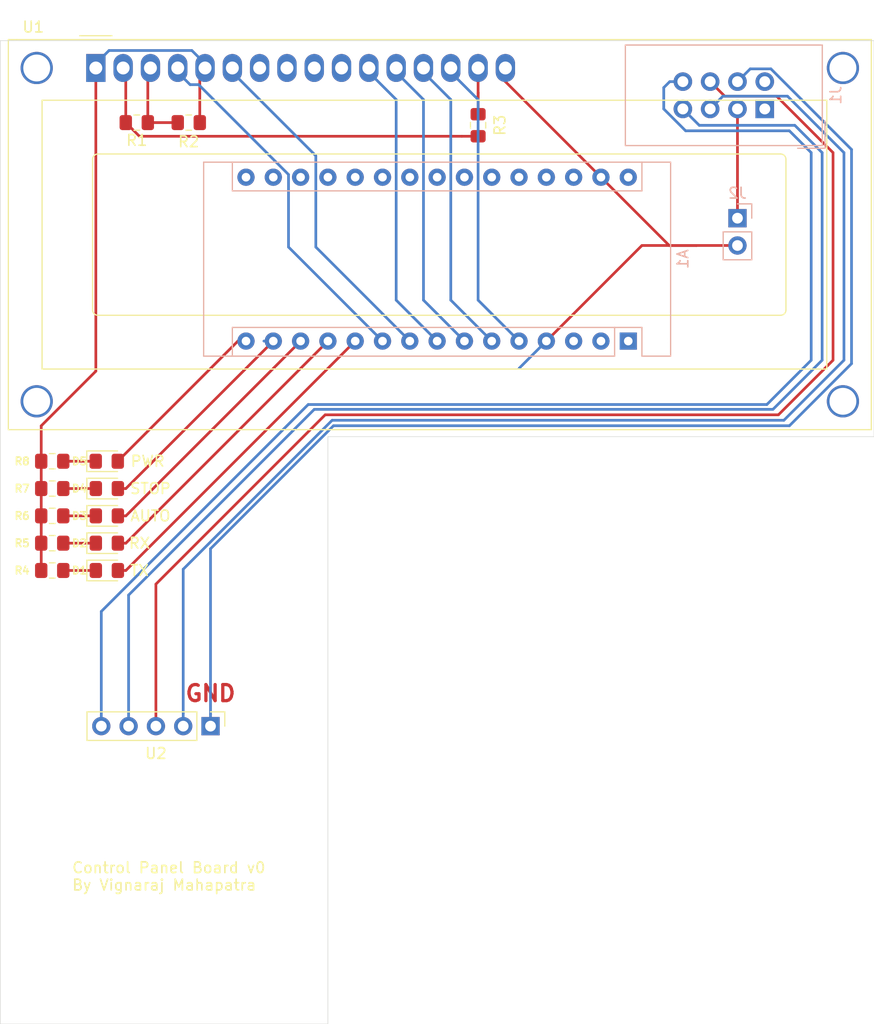
<source format=kicad_pcb>
(kicad_pcb (version 20171130) (host pcbnew "(5.1.2)-1")

  (general
    (thickness 1.6)
    (drawings 13)
    (tracks 121)
    (zones 0)
    (modules 18)
    (nets 49)
  )

  (page A4)
  (layers
    (0 F.Cu signal)
    (31 B.Cu signal)
    (32 B.Adhes user)
    (33 F.Adhes user)
    (34 B.Paste user)
    (35 F.Paste user)
    (36 B.SilkS user)
    (37 F.SilkS user)
    (38 B.Mask user)
    (39 F.Mask user)
    (40 Dwgs.User user)
    (41 Cmts.User user)
    (42 Eco1.User user)
    (43 Eco2.User user)
    (44 Edge.Cuts user)
    (45 Margin user)
    (46 B.CrtYd user)
    (47 F.CrtYd user)
    (48 B.Fab user)
    (49 F.Fab user)
  )

  (setup
    (last_trace_width 0.25)
    (trace_clearance 0.2)
    (zone_clearance 0.508)
    (zone_45_only no)
    (trace_min 0.2)
    (via_size 0.8)
    (via_drill 0.4)
    (via_min_size 0.4)
    (via_min_drill 0.3)
    (uvia_size 0.3)
    (uvia_drill 0.1)
    (uvias_allowed no)
    (uvia_min_size 0.2)
    (uvia_min_drill 0.1)
    (edge_width 0.05)
    (segment_width 0.2)
    (pcb_text_width 0.3)
    (pcb_text_size 1.5 1.5)
    (mod_edge_width 0.12)
    (mod_text_size 1 1)
    (mod_text_width 0.15)
    (pad_size 1.524 1.524)
    (pad_drill 0.762)
    (pad_to_mask_clearance 0.051)
    (solder_mask_min_width 0.25)
    (aux_axis_origin 0 0)
    (visible_elements 7FFFFFFF)
    (pcbplotparams
      (layerselection 0x010fc_ffffffff)
      (usegerberextensions false)
      (usegerberattributes false)
      (usegerberadvancedattributes false)
      (creategerberjobfile false)
      (excludeedgelayer true)
      (linewidth 0.100000)
      (plotframeref false)
      (viasonmask false)
      (mode 1)
      (useauxorigin false)
      (hpglpennumber 1)
      (hpglpenspeed 20)
      (hpglpendiameter 15.000000)
      (psnegative false)
      (psa4output false)
      (plotreference true)
      (plotvalue true)
      (plotinvisibletext false)
      (padsonsilk false)
      (subtractmaskfromsilk false)
      (outputformat 1)
      (mirror false)
      (drillshape 1)
      (scaleselection 1)
      (outputdirectory ""))
  )

  (net 0 "")
  (net 1 "Net-(A1-Pad1)")
  (net 2 "Net-(A1-Pad17)")
  (net 3 "Net-(A1-Pad2)")
  (net 4 "Net-(A1-Pad18)")
  (net 5 "Net-(A1-Pad3)")
  (net 6 "Net-(A1-Pad19)")
  (net 7 "Net-(A1-Pad20)")
  (net 8 5V)
  (net 9 "Net-(A1-Pad21)")
  (net 10 GND)
  (net 11 "Net-(A1-Pad22)")
  (net 12 "Net-(A1-Pad23)")
  (net 13 "Net-(A1-Pad8)")
  (net 14 "Net-(A1-Pad24)")
  (net 15 "Net-(A1-Pad9)")
  (net 16 "Net-(A1-Pad25)")
  (net 17 "Net-(A1-Pad10)")
  (net 18 "Net-(A1-Pad26)")
  (net 19 "Net-(A1-Pad11)")
  (net 20 "Net-(A1-Pad12)")
  (net 21 "Net-(A1-Pad28)")
  (net 22 "Net-(A1-Pad13)")
  (net 23 "Net-(A1-Pad14)")
  (net 24 "Net-(A1-Pad30)")
  (net 25 "Net-(A1-Pad15)")
  (net 26 "Net-(A1-Pad16)")
  (net 27 "Net-(J1-Pad1)")
  (net 28 "Net-(J1-Pad2)")
  (net 29 E-STOP)
  (net 30 GND1)
  (net 31 "Net-(J1-Pad5)")
  (net 32 "Net-(J1-Pad6)")
  (net 33 "Net-(J1-Pad7)")
  (net 34 "Net-(J1-Pad8)")
  (net 35 "Net-(R1-Pad1)")
  (net 36 "Net-(R3-Pad1)")
  (net 37 "Net-(U1-Pad7)")
  (net 38 "Net-(U1-Pad8)")
  (net 39 "Net-(U1-Pad9)")
  (net 40 "Net-(U1-Pad10)")
  (net 41 "Net-(A1-Pad7)")
  (net 42 "Net-(A1-Pad6)")
  (net 43 "Net-(A1-Pad5)")
  (net 44 "Net-(D1-Pad1)")
  (net 45 "Net-(D2-Pad1)")
  (net 46 "Net-(D3-Pad1)")
  (net 47 "Net-(D4-Pad1)")
  (net 48 "Net-(D5-Pad1)")

  (net_class Default "This is the default net class."
    (clearance 0.2)
    (trace_width 0.25)
    (via_dia 0.8)
    (via_drill 0.4)
    (uvia_dia 0.3)
    (uvia_drill 0.1)
    (add_net 5V)
    (add_net E-STOP)
    (add_net GND)
    (add_net GND1)
    (add_net "Net-(A1-Pad1)")
    (add_net "Net-(A1-Pad10)")
    (add_net "Net-(A1-Pad11)")
    (add_net "Net-(A1-Pad12)")
    (add_net "Net-(A1-Pad13)")
    (add_net "Net-(A1-Pad14)")
    (add_net "Net-(A1-Pad15)")
    (add_net "Net-(A1-Pad16)")
    (add_net "Net-(A1-Pad17)")
    (add_net "Net-(A1-Pad18)")
    (add_net "Net-(A1-Pad19)")
    (add_net "Net-(A1-Pad2)")
    (add_net "Net-(A1-Pad20)")
    (add_net "Net-(A1-Pad21)")
    (add_net "Net-(A1-Pad22)")
    (add_net "Net-(A1-Pad23)")
    (add_net "Net-(A1-Pad24)")
    (add_net "Net-(A1-Pad25)")
    (add_net "Net-(A1-Pad26)")
    (add_net "Net-(A1-Pad28)")
    (add_net "Net-(A1-Pad3)")
    (add_net "Net-(A1-Pad30)")
    (add_net "Net-(A1-Pad5)")
    (add_net "Net-(A1-Pad6)")
    (add_net "Net-(A1-Pad7)")
    (add_net "Net-(A1-Pad8)")
    (add_net "Net-(A1-Pad9)")
    (add_net "Net-(D1-Pad1)")
    (add_net "Net-(D2-Pad1)")
    (add_net "Net-(D3-Pad1)")
    (add_net "Net-(D4-Pad1)")
    (add_net "Net-(D5-Pad1)")
    (add_net "Net-(J1-Pad1)")
    (add_net "Net-(J1-Pad2)")
    (add_net "Net-(J1-Pad5)")
    (add_net "Net-(J1-Pad6)")
    (add_net "Net-(J1-Pad7)")
    (add_net "Net-(J1-Pad8)")
    (add_net "Net-(R1-Pad1)")
    (add_net "Net-(R3-Pad1)")
    (add_net "Net-(U1-Pad10)")
    (add_net "Net-(U1-Pad7)")
    (add_net "Net-(U1-Pad8)")
    (add_net "Net-(U1-Pad9)")
  )

  (module Display:WC1602A (layer F.Cu) (tedit 5A02FE80) (tstamp 5D5FCFEF)
    (at 152.4 85.09)
    (descr "LCD 16x2 http://www.wincomlcd.com/pdf/WC1602A-SFYLYHTC06.pdf")
    (tags "LCD 16x2 Alphanumeric 16pin")
    (path /5D5E4B88)
    (fp_text reference U1 (at -5.82 -3.81) (layer F.SilkS)
      (effects (font (size 1 1) (thickness 0.15)))
    )
    (fp_text value RC1602A (at -4.31 34.66) (layer F.Fab)
      (effects (font (size 1 1) (thickness 0.15)))
    )
    (fp_line (start -8.14 33.64) (end 72.14 33.64) (layer F.SilkS) (width 0.12))
    (fp_line (start 72.14 33.64) (end 72.14 -2.64) (layer F.SilkS) (width 0.12))
    (fp_line (start 72.14 -2.64) (end -7.34 -2.64) (layer F.SilkS) (width 0.12))
    (fp_line (start -8.14 -2.64) (end -8.14 33.64) (layer F.SilkS) (width 0.12))
    (fp_line (start -8.13 -2.64) (end -7.34 -2.64) (layer F.SilkS) (width 0.12))
    (fp_line (start -8.25 -2.75) (end -8.25 33.75) (layer F.CrtYd) (width 0.05))
    (fp_line (start -8.25 33.75) (end 72.25 33.75) (layer F.CrtYd) (width 0.05))
    (fp_line (start 72.25 -2.75) (end 72.25 33.75) (layer F.CrtYd) (width 0.05))
    (fp_line (start -1.5 -3) (end 1.5 -3) (layer F.SilkS) (width 0.12))
    (fp_line (start -8.25 -2.75) (end 72.25 -2.75) (layer F.CrtYd) (width 0.05))
    (fp_line (start 1 -2.5) (end 0 -1.5) (layer F.Fab) (width 0.1))
    (fp_line (start 0 -1.5) (end -1 -2.5) (layer F.Fab) (width 0.1))
    (fp_line (start -1 -2.5) (end -8 -2.5) (layer F.Fab) (width 0.1))
    (fp_text user %R (at 30.37 14.74) (layer F.Fab)
      (effects (font (size 1 1) (thickness 0.1)))
    )
    (fp_line (start 0.2 8) (end 63.7 8) (layer F.SilkS) (width 0.12))
    (fp_line (start -0.29972 22.49932) (end -0.29972 8.5) (layer F.SilkS) (width 0.12))
    (fp_line (start 63.70066 23) (end 0.2 23) (layer F.SilkS) (width 0.12))
    (fp_line (start 64.2 8.5) (end 64.2 22.5) (layer F.SilkS) (width 0.12))
    (fp_arc (start 63.7 8.5) (end 63.7 8) (angle 90) (layer F.SilkS) (width 0.12))
    (fp_arc (start 63.70066 22.49932) (end 64.20104 22.49932) (angle 90) (layer F.SilkS) (width 0.12))
    (fp_arc (start 0.20066 22.49932) (end 0.20066 22.9997) (angle 90) (layer F.SilkS) (width 0.12))
    (fp_arc (start 0.20066 8.49884) (end -0.29972 8.49884) (angle 90) (layer F.SilkS) (width 0.12))
    (fp_line (start -5 3) (end 68 3) (layer F.SilkS) (width 0.12))
    (fp_line (start 68 3) (end 68 28) (layer F.SilkS) (width 0.12))
    (fp_line (start 68 28) (end -5 28) (layer F.SilkS) (width 0.12))
    (fp_line (start -5 28) (end -5 3) (layer F.SilkS) (width 0.12))
    (fp_line (start 1 -2.5) (end 72 -2.5) (layer F.Fab) (width 0.1))
    (fp_line (start 72 -2.5) (end 72 33.5) (layer F.Fab) (width 0.1))
    (fp_line (start 72 33.5) (end -8 33.5) (layer F.Fab) (width 0.1))
    (fp_line (start -8 33.5) (end -8 -2.5) (layer F.Fab) (width 0.1))
    (pad 1 thru_hole rect (at 0 0) (size 1.8 2.6) (drill 1.2) (layers *.Cu *.Mask)
      (net 10 GND))
    (pad 2 thru_hole oval (at 2.54 0) (size 1.8 2.6) (drill 1.2) (layers *.Cu *.Mask)
      (net 8 5V))
    (pad 3 thru_hole oval (at 5.08 0) (size 1.8 2.6) (drill 1.2) (layers *.Cu *.Mask)
      (net 35 "Net-(R1-Pad1)"))
    (pad 4 thru_hole oval (at 7.62 0) (size 1.8 2.6) (drill 1.2) (layers *.Cu *.Mask)
      (net 17 "Net-(A1-Pad10)"))
    (pad 5 thru_hole oval (at 10.16 0) (size 1.8 2.6) (drill 1.2) (layers *.Cu *.Mask)
      (net 10 GND))
    (pad 6 thru_hole oval (at 12.7 0) (size 1.8 2.6) (drill 1.2) (layers *.Cu *.Mask)
      (net 15 "Net-(A1-Pad9)"))
    (pad 7 thru_hole oval (at 15.24 0) (size 1.8 2.6) (drill 1.2) (layers *.Cu *.Mask)
      (net 37 "Net-(U1-Pad7)"))
    (pad 8 thru_hole oval (at 17.78 0) (size 1.8 2.6) (drill 1.2) (layers *.Cu *.Mask)
      (net 38 "Net-(U1-Pad8)"))
    (pad 9 thru_hole oval (at 20.32 0) (size 1.8 2.6) (drill 1.2) (layers *.Cu *.Mask)
      (net 39 "Net-(U1-Pad9)"))
    (pad 10 thru_hole oval (at 22.86 0) (size 1.8 2.6) (drill 1.2) (layers *.Cu *.Mask)
      (net 40 "Net-(U1-Pad10)"))
    (pad 11 thru_hole oval (at 25.4 0) (size 1.8 2.6) (drill 1.2) (layers *.Cu *.Mask)
      (net 13 "Net-(A1-Pad8)"))
    (pad 12 thru_hole oval (at 27.94 0) (size 1.8 2.6) (drill 1.2) (layers *.Cu *.Mask)
      (net 41 "Net-(A1-Pad7)"))
    (pad 13 thru_hole oval (at 30.48 0) (size 1.8 2.6) (drill 1.2) (layers *.Cu *.Mask)
      (net 42 "Net-(A1-Pad6)"))
    (pad 14 thru_hole oval (at 33.02 0) (size 1.8 2.6) (drill 1.2) (layers *.Cu *.Mask)
      (net 43 "Net-(A1-Pad5)"))
    (pad 15 thru_hole oval (at 35.56 0) (size 1.8 2.6) (drill 1.2) (layers *.Cu *.Mask)
      (net 36 "Net-(R3-Pad1)"))
    (pad 16 thru_hole oval (at 38.1 0) (size 1.8 2.6) (drill 1.2) (layers *.Cu *.Mask)
      (net 10 GND))
    (pad "" thru_hole circle (at -5.4991 0) (size 3 3) (drill 2.5) (layers *.Cu *.Mask))
    (pad "" thru_hole circle (at -5.4991 31.0007) (size 3 3) (drill 2.5) (layers *.Cu *.Mask))
    (pad "" thru_hole circle (at 69.49948 31.0007) (size 3 3) (drill 2.5) (layers *.Cu *.Mask))
    (pad "" thru_hole circle (at 69.5 0) (size 3 3) (drill 2.5) (layers *.Cu *.Mask))
    (model ${KISYS3DMOD}/Display.3dshapes/WC1602A.wrl
      (at (xyz 0 0 0))
      (scale (xyz 1 1 1))
      (rotate (xyz 0 0 0))
    )
  )

  (module Module:Arduino_Nano_WithMountingHoles (layer B.Cu) (tedit 58ACAF99) (tstamp 5D64AF31)
    (at 201.93 110.49 90)
    (descr "Arduino Nano, http://www.mouser.com/pdfdocs/Gravitech_Arduino_Nano3_0.pdf")
    (tags "Arduino Nano")
    (path /5D64A7D4)
    (fp_text reference A1 (at 7.62 5.08 270) (layer B.SilkS)
      (effects (font (size 1 1) (thickness 0.15)) (justify mirror))
    )
    (fp_text value Arduino_Nano_v3.x (at 8.89 -15.24) (layer B.Fab)
      (effects (font (size 1 1) (thickness 0.15)) (justify mirror))
    )
    (fp_line (start 16.75 -42.16) (end -1.53 -42.16) (layer B.CrtYd) (width 0.05))
    (fp_line (start 16.75 -42.16) (end 16.75 4.06) (layer B.CrtYd) (width 0.05))
    (fp_line (start -1.53 4.06) (end -1.53 -42.16) (layer B.CrtYd) (width 0.05))
    (fp_line (start -1.53 4.06) (end 16.75 4.06) (layer B.CrtYd) (width 0.05))
    (fp_line (start 16.51 3.81) (end 16.51 -39.37) (layer B.Fab) (width 0.1))
    (fp_line (start 0 3.81) (end 16.51 3.81) (layer B.Fab) (width 0.1))
    (fp_line (start -1.27 2.54) (end 0 3.81) (layer B.Fab) (width 0.1))
    (fp_line (start -1.27 -39.37) (end -1.27 2.54) (layer B.Fab) (width 0.1))
    (fp_line (start 16.51 -39.37) (end -1.27 -39.37) (layer B.Fab) (width 0.1))
    (fp_line (start 16.64 3.94) (end -1.4 3.94) (layer B.SilkS) (width 0.12))
    (fp_line (start 16.64 -39.5) (end 16.64 3.94) (layer B.SilkS) (width 0.12))
    (fp_line (start -1.4 -39.5) (end 16.64 -39.5) (layer B.SilkS) (width 0.12))
    (fp_line (start 3.81 -41.91) (end 3.81 -31.75) (layer B.Fab) (width 0.1))
    (fp_line (start 11.43 -41.91) (end 3.81 -41.91) (layer B.Fab) (width 0.1))
    (fp_line (start 11.43 -31.75) (end 11.43 -41.91) (layer B.Fab) (width 0.1))
    (fp_line (start 3.81 -31.75) (end 11.43 -31.75) (layer B.Fab) (width 0.1))
    (fp_line (start 1.27 -36.83) (end -1.4 -36.83) (layer B.SilkS) (width 0.12))
    (fp_line (start 1.27 -1.27) (end 1.27 -36.83) (layer B.SilkS) (width 0.12))
    (fp_line (start 1.27 -1.27) (end -1.4 -1.27) (layer B.SilkS) (width 0.12))
    (fp_line (start 13.97 -36.83) (end 16.64 -36.83) (layer B.SilkS) (width 0.12))
    (fp_line (start 13.97 1.27) (end 13.97 -36.83) (layer B.SilkS) (width 0.12))
    (fp_line (start 13.97 1.27) (end 16.64 1.27) (layer B.SilkS) (width 0.12))
    (fp_line (start -1.4 3.94) (end -1.4 1.27) (layer B.SilkS) (width 0.12))
    (fp_line (start -1.4 -1.27) (end -1.4 -39.5) (layer B.SilkS) (width 0.12))
    (fp_line (start 1.27 1.27) (end -1.4 1.27) (layer B.SilkS) (width 0.12))
    (fp_line (start 1.27 -1.27) (end 1.27 1.27) (layer B.SilkS) (width 0.12))
    (fp_text user %R (at 6.35 -16.51) (layer B.Fab)
      (effects (font (size 1 1) (thickness 0.15)) (justify mirror))
    )
    (pad "" np_thru_hole circle (at 0 -38.1 90) (size 1.78 1.78) (drill 1.78) (layers *.Cu *.Mask))
    (pad "" np_thru_hole circle (at 15.24 -38.1 90) (size 1.78 1.78) (drill 1.78) (layers *.Cu *.Mask))
    (pad "" np_thru_hole circle (at 15.24 2.54 90) (size 1.78 1.78) (drill 1.78) (layers *.Cu *.Mask))
    (pad "" np_thru_hole circle (at 0 2.54 90) (size 1.78 1.78) (drill 1.78) (layers *.Cu *.Mask))
    (pad 16 thru_hole oval (at 15.24 -35.56 90) (size 1.6 1.6) (drill 0.8) (layers *.Cu *.Mask)
      (net 26 "Net-(A1-Pad16)"))
    (pad 15 thru_hole oval (at 0 -35.56 90) (size 1.6 1.6) (drill 0.8) (layers *.Cu *.Mask)
      (net 25 "Net-(A1-Pad15)"))
    (pad 30 thru_hole oval (at 15.24 0 90) (size 1.6 1.6) (drill 0.8) (layers *.Cu *.Mask)
      (net 24 "Net-(A1-Pad30)"))
    (pad 14 thru_hole oval (at 0 -33.02 90) (size 1.6 1.6) (drill 0.8) (layers *.Cu *.Mask)
      (net 23 "Net-(A1-Pad14)"))
    (pad 29 thru_hole oval (at 15.24 -2.54 90) (size 1.6 1.6) (drill 0.8) (layers *.Cu *.Mask)
      (net 10 GND))
    (pad 13 thru_hole oval (at 0 -30.48 90) (size 1.6 1.6) (drill 0.8) (layers *.Cu *.Mask)
      (net 22 "Net-(A1-Pad13)"))
    (pad 28 thru_hole oval (at 15.24 -5.08 90) (size 1.6 1.6) (drill 0.8) (layers *.Cu *.Mask)
      (net 21 "Net-(A1-Pad28)"))
    (pad 12 thru_hole oval (at 0 -27.94 90) (size 1.6 1.6) (drill 0.8) (layers *.Cu *.Mask)
      (net 20 "Net-(A1-Pad12)"))
    (pad 27 thru_hole oval (at 15.24 -7.62 90) (size 1.6 1.6) (drill 0.8) (layers *.Cu *.Mask)
      (net 8 5V))
    (pad 11 thru_hole oval (at 0 -25.4 90) (size 1.6 1.6) (drill 0.8) (layers *.Cu *.Mask)
      (net 19 "Net-(A1-Pad11)"))
    (pad 26 thru_hole oval (at 15.24 -10.16 90) (size 1.6 1.6) (drill 0.8) (layers *.Cu *.Mask)
      (net 18 "Net-(A1-Pad26)"))
    (pad 10 thru_hole oval (at 0 -22.86 90) (size 1.6 1.6) (drill 0.8) (layers *.Cu *.Mask)
      (net 17 "Net-(A1-Pad10)"))
    (pad 25 thru_hole oval (at 15.24 -12.7 90) (size 1.6 1.6) (drill 0.8) (layers *.Cu *.Mask)
      (net 16 "Net-(A1-Pad25)"))
    (pad 9 thru_hole oval (at 0 -20.32 90) (size 1.6 1.6) (drill 0.8) (layers *.Cu *.Mask)
      (net 15 "Net-(A1-Pad9)"))
    (pad 24 thru_hole oval (at 15.24 -15.24 90) (size 1.6 1.6) (drill 0.8) (layers *.Cu *.Mask)
      (net 14 "Net-(A1-Pad24)"))
    (pad 8 thru_hole oval (at 0 -17.78 90) (size 1.6 1.6) (drill 0.8) (layers *.Cu *.Mask)
      (net 13 "Net-(A1-Pad8)"))
    (pad 23 thru_hole oval (at 15.24 -17.78 90) (size 1.6 1.6) (drill 0.8) (layers *.Cu *.Mask)
      (net 12 "Net-(A1-Pad23)"))
    (pad 7 thru_hole oval (at 0 -15.24 90) (size 1.6 1.6) (drill 0.8) (layers *.Cu *.Mask)
      (net 41 "Net-(A1-Pad7)"))
    (pad 22 thru_hole oval (at 15.24 -20.32 90) (size 1.6 1.6) (drill 0.8) (layers *.Cu *.Mask)
      (net 11 "Net-(A1-Pad22)"))
    (pad 6 thru_hole oval (at 0 -12.7 90) (size 1.6 1.6) (drill 0.8) (layers *.Cu *.Mask)
      (net 42 "Net-(A1-Pad6)"))
    (pad 21 thru_hole oval (at 15.24 -22.86 90) (size 1.6 1.6) (drill 0.8) (layers *.Cu *.Mask)
      (net 9 "Net-(A1-Pad21)"))
    (pad 5 thru_hole oval (at 0 -10.16 90) (size 1.6 1.6) (drill 0.8) (layers *.Cu *.Mask)
      (net 43 "Net-(A1-Pad5)"))
    (pad 20 thru_hole oval (at 15.24 -25.4 90) (size 1.6 1.6) (drill 0.8) (layers *.Cu *.Mask)
      (net 7 "Net-(A1-Pad20)"))
    (pad 4 thru_hole oval (at 0 -7.62 90) (size 1.6 1.6) (drill 0.8) (layers *.Cu *.Mask)
      (net 10 GND))
    (pad 19 thru_hole oval (at 15.24 -27.94 90) (size 1.6 1.6) (drill 0.8) (layers *.Cu *.Mask)
      (net 6 "Net-(A1-Pad19)"))
    (pad 3 thru_hole oval (at 0 -5.08 90) (size 1.6 1.6) (drill 0.8) (layers *.Cu *.Mask)
      (net 5 "Net-(A1-Pad3)"))
    (pad 18 thru_hole oval (at 15.24 -30.48 90) (size 1.6 1.6) (drill 0.8) (layers *.Cu *.Mask)
      (net 4 "Net-(A1-Pad18)"))
    (pad 2 thru_hole oval (at 0 -2.54 90) (size 1.6 1.6) (drill 0.8) (layers *.Cu *.Mask)
      (net 3 "Net-(A1-Pad2)"))
    (pad 17 thru_hole oval (at 15.24 -33.02 90) (size 1.6 1.6) (drill 0.8) (layers *.Cu *.Mask)
      (net 2 "Net-(A1-Pad17)"))
    (pad 1 thru_hole rect (at 0 0 90) (size 1.6 1.6) (drill 0.8) (layers *.Cu *.Mask)
      (net 1 "Net-(A1-Pad1)"))
    (model ${KISYS3DMOD}/Module.3dshapes/Arduino_Nano_WithMountingHoles.wrl
      (at (xyz 0 0 0))
      (scale (xyz 1 1 1))
      (rotate (xyz 0 0 0))
    )
  )

  (module Connector_IDC:IDC-Header_2x04_P2.54mm_Vertical (layer B.Cu) (tedit 59DE070F) (tstamp 5D5FCF74)
    (at 214.63 88.9 90)
    (descr "Through hole straight IDC box header, 2x04, 2.54mm pitch, double rows")
    (tags "Through hole IDC box header THT 2x04 2.54mm double row")
    (path /5D606504)
    (fp_text reference J1 (at 1.27 6.604 90) (layer B.SilkS)
      (effects (font (size 1 1) (thickness 0.15)) (justify mirror))
    )
    (fp_text value "IDC CONNECTOR 02x04" (at 1.27 -14.224 90) (layer B.Fab)
      (effects (font (size 1 1) (thickness 0.15)) (justify mirror))
    )
    (fp_text user %R (at 1.27 -3.81 90) (layer B.Fab)
      (effects (font (size 1 1) (thickness 0.15)) (justify mirror))
    )
    (fp_line (start 5.695 5.1) (end 5.695 -12.72) (layer B.Fab) (width 0.1))
    (fp_line (start 5.145 4.56) (end 5.145 -12.16) (layer B.Fab) (width 0.1))
    (fp_line (start -3.155 5.1) (end -3.155 -12.72) (layer B.Fab) (width 0.1))
    (fp_line (start -2.605 4.56) (end -2.605 -1.56) (layer B.Fab) (width 0.1))
    (fp_line (start -2.605 -6.06) (end -2.605 -12.16) (layer B.Fab) (width 0.1))
    (fp_line (start -2.605 -1.56) (end -3.155 -1.56) (layer B.Fab) (width 0.1))
    (fp_line (start -2.605 -6.06) (end -3.155 -6.06) (layer B.Fab) (width 0.1))
    (fp_line (start 5.695 5.1) (end -3.155 5.1) (layer B.Fab) (width 0.1))
    (fp_line (start 5.145 4.56) (end -2.605 4.56) (layer B.Fab) (width 0.1))
    (fp_line (start 5.695 -12.72) (end -3.155 -12.72) (layer B.Fab) (width 0.1))
    (fp_line (start 5.145 -12.16) (end -2.605 -12.16) (layer B.Fab) (width 0.1))
    (fp_line (start 5.695 5.1) (end 5.145 4.56) (layer B.Fab) (width 0.1))
    (fp_line (start 5.695 -12.72) (end 5.145 -12.16) (layer B.Fab) (width 0.1))
    (fp_line (start -3.155 5.1) (end -2.605 4.56) (layer B.Fab) (width 0.1))
    (fp_line (start -3.155 -12.72) (end -2.605 -12.16) (layer B.Fab) (width 0.1))
    (fp_line (start 5.95 5.35) (end 5.95 -12.97) (layer B.CrtYd) (width 0.05))
    (fp_line (start 5.95 -12.97) (end -3.41 -12.97) (layer B.CrtYd) (width 0.05))
    (fp_line (start -3.41 -12.97) (end -3.41 5.35) (layer B.CrtYd) (width 0.05))
    (fp_line (start -3.41 5.35) (end 5.95 5.35) (layer B.CrtYd) (width 0.05))
    (fp_line (start 5.945 5.35) (end 5.945 -12.97) (layer B.SilkS) (width 0.12))
    (fp_line (start 5.945 -12.97) (end -3.405 -12.97) (layer B.SilkS) (width 0.12))
    (fp_line (start -3.405 -12.97) (end -3.405 5.35) (layer B.SilkS) (width 0.12))
    (fp_line (start -3.405 5.35) (end 5.945 5.35) (layer B.SilkS) (width 0.12))
    (fp_line (start -3.655 5.6) (end -3.655 3.06) (layer B.SilkS) (width 0.12))
    (fp_line (start -3.655 5.6) (end -1.115 5.6) (layer B.SilkS) (width 0.12))
    (pad 1 thru_hole rect (at 0 0 90) (size 1.7272 1.7272) (drill 1.016) (layers *.Cu *.Mask)
      (net 27 "Net-(J1-Pad1)"))
    (pad 2 thru_hole oval (at 2.54 0 90) (size 1.7272 1.7272) (drill 1.016) (layers *.Cu *.Mask)
      (net 28 "Net-(J1-Pad2)"))
    (pad 3 thru_hole oval (at 0 -2.54 90) (size 1.7272 1.7272) (drill 1.016) (layers *.Cu *.Mask)
      (net 29 E-STOP))
    (pad 4 thru_hole oval (at 2.54 -2.54 90) (size 1.7272 1.7272) (drill 1.016) (layers *.Cu *.Mask)
      (net 30 GND1))
    (pad 5 thru_hole oval (at 0 -5.08 90) (size 1.7272 1.7272) (drill 1.016) (layers *.Cu *.Mask)
      (net 31 "Net-(J1-Pad5)"))
    (pad 6 thru_hole oval (at 2.54 -5.08 90) (size 1.7272 1.7272) (drill 1.016) (layers *.Cu *.Mask)
      (net 32 "Net-(J1-Pad6)"))
    (pad 7 thru_hole oval (at 0 -7.62 90) (size 1.7272 1.7272) (drill 1.016) (layers *.Cu *.Mask)
      (net 33 "Net-(J1-Pad7)"))
    (pad 8 thru_hole oval (at 2.54 -7.62 90) (size 1.7272 1.7272) (drill 1.016) (layers *.Cu *.Mask)
      (net 34 "Net-(J1-Pad8)"))
    (model ${KISYS3DMOD}/Connector_IDC.3dshapes/IDC-Header_2x04_P2.54mm_Vertical.wrl
      (at (xyz 0 0 0))
      (scale (xyz 1 1 1))
      (rotate (xyz 0 0 0))
    )
  )

  (module Connector_PinHeader_2.54mm:PinHeader_1x02_P2.54mm_Vertical (layer B.Cu) (tedit 59FED5CC) (tstamp 5D5FCF8A)
    (at 212.09 99.06 180)
    (descr "Through hole straight pin header, 1x02, 2.54mm pitch, single row")
    (tags "Through hole pin header THT 1x02 2.54mm single row")
    (path /5D618D8F)
    (fp_text reference J2 (at 0 2.33) (layer B.SilkS)
      (effects (font (size 1 1) (thickness 0.15)) (justify mirror))
    )
    (fp_text value Conn_01x02 (at 0 -4.87) (layer B.Fab)
      (effects (font (size 1 1) (thickness 0.15)) (justify mirror))
    )
    (fp_line (start -0.635 1.27) (end 1.27 1.27) (layer B.Fab) (width 0.1))
    (fp_line (start 1.27 1.27) (end 1.27 -3.81) (layer B.Fab) (width 0.1))
    (fp_line (start 1.27 -3.81) (end -1.27 -3.81) (layer B.Fab) (width 0.1))
    (fp_line (start -1.27 -3.81) (end -1.27 0.635) (layer B.Fab) (width 0.1))
    (fp_line (start -1.27 0.635) (end -0.635 1.27) (layer B.Fab) (width 0.1))
    (fp_line (start -1.33 -3.87) (end 1.33 -3.87) (layer B.SilkS) (width 0.12))
    (fp_line (start -1.33 -1.27) (end -1.33 -3.87) (layer B.SilkS) (width 0.12))
    (fp_line (start 1.33 -1.27) (end 1.33 -3.87) (layer B.SilkS) (width 0.12))
    (fp_line (start -1.33 -1.27) (end 1.33 -1.27) (layer B.SilkS) (width 0.12))
    (fp_line (start -1.33 0) (end -1.33 1.33) (layer B.SilkS) (width 0.12))
    (fp_line (start -1.33 1.33) (end 0 1.33) (layer B.SilkS) (width 0.12))
    (fp_line (start -1.8 1.8) (end -1.8 -4.35) (layer B.CrtYd) (width 0.05))
    (fp_line (start -1.8 -4.35) (end 1.8 -4.35) (layer B.CrtYd) (width 0.05))
    (fp_line (start 1.8 -4.35) (end 1.8 1.8) (layer B.CrtYd) (width 0.05))
    (fp_line (start 1.8 1.8) (end -1.8 1.8) (layer B.CrtYd) (width 0.05))
    (fp_text user %R (at 0 -1.27 270) (layer B.Fab)
      (effects (font (size 1 1) (thickness 0.15)) (justify mirror))
    )
    (pad 1 thru_hole rect (at 0 0 180) (size 1.7 1.7) (drill 1) (layers *.Cu *.Mask)
      (net 29 E-STOP))
    (pad 2 thru_hole oval (at 0 -2.54 180) (size 1.7 1.7) (drill 1) (layers *.Cu *.Mask)
      (net 10 GND))
    (model ${KISYS3DMOD}/Connector_PinHeader_2.54mm.3dshapes/PinHeader_1x02_P2.54mm_Vertical.wrl
      (at (xyz 0 0 0))
      (scale (xyz 1 1 1))
      (rotate (xyz 0 0 0))
    )
  )

  (module Resistor_SMD:R_0805_2012Metric_Pad1.15x1.40mm_HandSolder (layer F.Cu) (tedit 5B36C52B) (tstamp 5D5FCF9B)
    (at 156.21 90.17 180)
    (descr "Resistor SMD 0805 (2012 Metric), square (rectangular) end terminal, IPC_7351 nominal with elongated pad for handsoldering. (Body size source: https://docs.google.com/spreadsheets/d/1BsfQQcO9C6DZCsRaXUlFlo91Tg2WpOkGARC1WS5S8t0/edit?usp=sharing), generated with kicad-footprint-generator")
    (tags "resistor handsolder")
    (path /5D5ED90A)
    (attr smd)
    (fp_text reference R1 (at 0 -1.65 180) (layer F.SilkS)
      (effects (font (size 1 1) (thickness 0.15)))
    )
    (fp_text value 10K (at 0 1.65 180) (layer F.Fab)
      (effects (font (size 1 1) (thickness 0.15)))
    )
    (fp_line (start -1 0.6) (end -1 -0.6) (layer F.Fab) (width 0.1))
    (fp_line (start -1 -0.6) (end 1 -0.6) (layer F.Fab) (width 0.1))
    (fp_line (start 1 -0.6) (end 1 0.6) (layer F.Fab) (width 0.1))
    (fp_line (start 1 0.6) (end -1 0.6) (layer F.Fab) (width 0.1))
    (fp_line (start -0.261252 -0.71) (end 0.261252 -0.71) (layer F.SilkS) (width 0.12))
    (fp_line (start -0.261252 0.71) (end 0.261252 0.71) (layer F.SilkS) (width 0.12))
    (fp_line (start -1.85 0.95) (end -1.85 -0.95) (layer F.CrtYd) (width 0.05))
    (fp_line (start -1.85 -0.95) (end 1.85 -0.95) (layer F.CrtYd) (width 0.05))
    (fp_line (start 1.85 -0.95) (end 1.85 0.95) (layer F.CrtYd) (width 0.05))
    (fp_line (start 1.85 0.95) (end -1.85 0.95) (layer F.CrtYd) (width 0.05))
    (fp_text user %R (at 0 0 180) (layer F.Fab)
      (effects (font (size 0.5 0.5) (thickness 0.08)))
    )
    (pad 1 smd roundrect (at -1.025 0 180) (size 1.15 1.4) (layers F.Cu F.Paste F.Mask) (roundrect_rratio 0.217391)
      (net 35 "Net-(R1-Pad1)"))
    (pad 2 smd roundrect (at 1.025 0 180) (size 1.15 1.4) (layers F.Cu F.Paste F.Mask) (roundrect_rratio 0.217391)
      (net 8 5V))
    (model ${KISYS3DMOD}/Resistor_SMD.3dshapes/R_0805_2012Metric.wrl
      (at (xyz 0 0 0))
      (scale (xyz 1 1 1))
      (rotate (xyz 0 0 0))
    )
  )

  (module Connector_PinHeader_2.54mm:PinHeader_1x05_P2.54mm_Vertical (layer F.Cu) (tedit 59FED5CC) (tstamp 5D5FD008)
    (at 163.068 146.304 270)
    (descr "Through hole straight pin header, 1x05, 2.54mm pitch, single row")
    (tags "Through hole pin header THT 1x05 2.54mm single row")
    (path /5D5E9F3D)
    (fp_text reference U2 (at 2.54 5.08) (layer F.SilkS)
      (effects (font (size 1 1) (thickness 0.15)))
    )
    (fp_text value analogstick (at 0 12.49 270) (layer F.Fab)
      (effects (font (size 1 1) (thickness 0.15)))
    )
    (fp_line (start -0.635 -1.27) (end 1.27 -1.27) (layer F.Fab) (width 0.1))
    (fp_line (start 1.27 -1.27) (end 1.27 11.43) (layer F.Fab) (width 0.1))
    (fp_line (start 1.27 11.43) (end -1.27 11.43) (layer F.Fab) (width 0.1))
    (fp_line (start -1.27 11.43) (end -1.27 -0.635) (layer F.Fab) (width 0.1))
    (fp_line (start -1.27 -0.635) (end -0.635 -1.27) (layer F.Fab) (width 0.1))
    (fp_line (start -1.33 11.49) (end 1.33 11.49) (layer F.SilkS) (width 0.12))
    (fp_line (start -1.33 1.27) (end -1.33 11.49) (layer F.SilkS) (width 0.12))
    (fp_line (start 1.33 1.27) (end 1.33 11.49) (layer F.SilkS) (width 0.12))
    (fp_line (start -1.33 1.27) (end 1.33 1.27) (layer F.SilkS) (width 0.12))
    (fp_line (start -1.33 0) (end -1.33 -1.33) (layer F.SilkS) (width 0.12))
    (fp_line (start -1.33 -1.33) (end 0 -1.33) (layer F.SilkS) (width 0.12))
    (fp_line (start -1.8 -1.8) (end -1.8 11.95) (layer F.CrtYd) (width 0.05))
    (fp_line (start -1.8 11.95) (end 1.8 11.95) (layer F.CrtYd) (width 0.05))
    (fp_line (start 1.8 11.95) (end 1.8 -1.8) (layer F.CrtYd) (width 0.05))
    (fp_line (start 1.8 -1.8) (end -1.8 -1.8) (layer F.CrtYd) (width 0.05))
    (fp_text user %R (at 0 5.08 180) (layer F.Fab)
      (effects (font (size 1 1) (thickness 0.15)))
    )
    (pad 1 thru_hole rect (at 0 0 270) (size 1.7 1.7) (drill 1) (layers *.Cu *.Mask)
      (net 30 GND1))
    (pad 2 thru_hole oval (at 0 2.54 270) (size 1.7 1.7) (drill 1) (layers *.Cu *.Mask)
      (net 31 "Net-(J1-Pad5)"))
    (pad 3 thru_hole oval (at 0 5.08 270) (size 1.7 1.7) (drill 1) (layers *.Cu *.Mask)
      (net 32 "Net-(J1-Pad6)"))
    (pad 4 thru_hole oval (at 0 7.62 270) (size 1.7 1.7) (drill 1) (layers *.Cu *.Mask)
      (net 33 "Net-(J1-Pad7)"))
    (pad 5 thru_hole oval (at 0 10.16 270) (size 1.7 1.7) (drill 1) (layers *.Cu *.Mask)
      (net 34 "Net-(J1-Pad8)"))
    (model ${KISYS3DMOD}/Connector_PinHeader_2.54mm.3dshapes/PinHeader_1x05_P2.54mm_Vertical.wrl
      (at (xyz 0 0 0))
      (scale (xyz 1 1 1))
      (rotate (xyz 0 0 0))
    )
  )

  (module Diode_SMD:D_0805_2012Metric_Pad1.15x1.40mm_HandSolder (layer F.Cu) (tedit 5B4B45C8) (tstamp 5D64C11C)
    (at 153.425 131.826)
    (descr "Diode SMD 0805 (2012 Metric), square (rectangular) end terminal, IPC_7351 nominal, (Body size source: https://docs.google.com/spreadsheets/d/1BsfQQcO9C6DZCsRaXUlFlo91Tg2WpOkGARC1WS5S8t0/edit?usp=sharing), generated with kicad-footprint-generator")
    (tags "diode handsolder")
    (path /5D654B7A)
    (attr smd)
    (fp_text reference D1 (at -2.549 0) (layer F.SilkS)
      (effects (font (size 0.7 0.7) (thickness 0.15)))
    )
    (fp_text value LED (at 0 1.65) (layer F.Fab)
      (effects (font (size 1 1) (thickness 0.15)))
    )
    (fp_line (start 1 -0.6) (end -0.7 -0.6) (layer F.Fab) (width 0.1))
    (fp_line (start -0.7 -0.6) (end -1 -0.3) (layer F.Fab) (width 0.1))
    (fp_line (start -1 -0.3) (end -1 0.6) (layer F.Fab) (width 0.1))
    (fp_line (start -1 0.6) (end 1 0.6) (layer F.Fab) (width 0.1))
    (fp_line (start 1 0.6) (end 1 -0.6) (layer F.Fab) (width 0.1))
    (fp_line (start 1 -0.96) (end -1.86 -0.96) (layer F.SilkS) (width 0.12))
    (fp_line (start -1.86 -0.96) (end -1.86 0.96) (layer F.SilkS) (width 0.12))
    (fp_line (start -1.86 0.96) (end 1 0.96) (layer F.SilkS) (width 0.12))
    (fp_line (start -1.85 0.95) (end -1.85 -0.95) (layer F.CrtYd) (width 0.05))
    (fp_line (start -1.85 -0.95) (end 1.85 -0.95) (layer F.CrtYd) (width 0.05))
    (fp_line (start 1.85 -0.95) (end 1.85 0.95) (layer F.CrtYd) (width 0.05))
    (fp_line (start 1.85 0.95) (end -1.85 0.95) (layer F.CrtYd) (width 0.05))
    (fp_text user %R (at 0 0) (layer F.Fab)
      (effects (font (size 0.5 0.5) (thickness 0.08)))
    )
    (pad 1 smd roundrect (at -1.025 0) (size 1.15 1.4) (layers F.Cu F.Paste F.Mask) (roundrect_rratio 0.217391)
      (net 44 "Net-(D1-Pad1)"))
    (pad 2 smd roundrect (at 1.025 0) (size 1.15 1.4) (layers F.Cu F.Paste F.Mask) (roundrect_rratio 0.217391)
      (net 19 "Net-(A1-Pad11)"))
    (model ${KISYS3DMOD}/Diode_SMD.3dshapes/D_0805_2012Metric.wrl
      (at (xyz 0 0 0))
      (scale (xyz 1 1 1))
      (rotate (xyz 0 0 0))
    )
  )

  (module Diode_SMD:D_0805_2012Metric_Pad1.15x1.40mm_HandSolder (layer F.Cu) (tedit 5B4B45C8) (tstamp 5D64C12F)
    (at 153.425 129.286)
    (descr "Diode SMD 0805 (2012 Metric), square (rectangular) end terminal, IPC_7351 nominal, (Body size source: https://docs.google.com/spreadsheets/d/1BsfQQcO9C6DZCsRaXUlFlo91Tg2WpOkGARC1WS5S8t0/edit?usp=sharing), generated with kicad-footprint-generator")
    (tags "diode handsolder")
    (path /5D658A29)
    (attr smd)
    (fp_text reference D2 (at -2.549 0) (layer F.SilkS)
      (effects (font (size 0.7 0.7) (thickness 0.15)))
    )
    (fp_text value LED (at 0 1.65) (layer F.Fab)
      (effects (font (size 1 1) (thickness 0.15)))
    )
    (fp_text user %R (at 0 0) (layer F.Fab)
      (effects (font (size 0.5 0.5) (thickness 0.08)))
    )
    (fp_line (start 1.85 0.95) (end -1.85 0.95) (layer F.CrtYd) (width 0.05))
    (fp_line (start 1.85 -0.95) (end 1.85 0.95) (layer F.CrtYd) (width 0.05))
    (fp_line (start -1.85 -0.95) (end 1.85 -0.95) (layer F.CrtYd) (width 0.05))
    (fp_line (start -1.85 0.95) (end -1.85 -0.95) (layer F.CrtYd) (width 0.05))
    (fp_line (start -1.86 0.96) (end 1 0.96) (layer F.SilkS) (width 0.12))
    (fp_line (start -1.86 -0.96) (end -1.86 0.96) (layer F.SilkS) (width 0.12))
    (fp_line (start 1 -0.96) (end -1.86 -0.96) (layer F.SilkS) (width 0.12))
    (fp_line (start 1 0.6) (end 1 -0.6) (layer F.Fab) (width 0.1))
    (fp_line (start -1 0.6) (end 1 0.6) (layer F.Fab) (width 0.1))
    (fp_line (start -1 -0.3) (end -1 0.6) (layer F.Fab) (width 0.1))
    (fp_line (start -0.7 -0.6) (end -1 -0.3) (layer F.Fab) (width 0.1))
    (fp_line (start 1 -0.6) (end -0.7 -0.6) (layer F.Fab) (width 0.1))
    (pad 2 smd roundrect (at 1.025 0) (size 1.15 1.4) (layers F.Cu F.Paste F.Mask) (roundrect_rratio 0.217391)
      (net 20 "Net-(A1-Pad12)"))
    (pad 1 smd roundrect (at -1.025 0) (size 1.15 1.4) (layers F.Cu F.Paste F.Mask) (roundrect_rratio 0.217391)
      (net 45 "Net-(D2-Pad1)"))
    (model ${KISYS3DMOD}/Diode_SMD.3dshapes/D_0805_2012Metric.wrl
      (at (xyz 0 0 0))
      (scale (xyz 1 1 1))
      (rotate (xyz 0 0 0))
    )
  )

  (module Diode_SMD:D_0805_2012Metric_Pad1.15x1.40mm_HandSolder (layer F.Cu) (tedit 5B4B45C8) (tstamp 5D64C142)
    (at 153.425 126.746)
    (descr "Diode SMD 0805 (2012 Metric), square (rectangular) end terminal, IPC_7351 nominal, (Body size source: https://docs.google.com/spreadsheets/d/1BsfQQcO9C6DZCsRaXUlFlo91Tg2WpOkGARC1WS5S8t0/edit?usp=sharing), generated with kicad-footprint-generator")
    (tags "diode handsolder")
    (path /5D6595B9)
    (attr smd)
    (fp_text reference D3 (at -2.549 0) (layer F.SilkS)
      (effects (font (size 0.7 0.7) (thickness 0.15)))
    )
    (fp_text value LED (at 0 1.65) (layer F.Fab)
      (effects (font (size 1 1) (thickness 0.15)))
    )
    (fp_text user %R (at 0 0) (layer F.Fab)
      (effects (font (size 0.5 0.5) (thickness 0.08)))
    )
    (fp_line (start 1.85 0.95) (end -1.85 0.95) (layer F.CrtYd) (width 0.05))
    (fp_line (start 1.85 -0.95) (end 1.85 0.95) (layer F.CrtYd) (width 0.05))
    (fp_line (start -1.85 -0.95) (end 1.85 -0.95) (layer F.CrtYd) (width 0.05))
    (fp_line (start -1.85 0.95) (end -1.85 -0.95) (layer F.CrtYd) (width 0.05))
    (fp_line (start -1.86 0.96) (end 1 0.96) (layer F.SilkS) (width 0.12))
    (fp_line (start -1.86 -0.96) (end -1.86 0.96) (layer F.SilkS) (width 0.12))
    (fp_line (start 1 -0.96) (end -1.86 -0.96) (layer F.SilkS) (width 0.12))
    (fp_line (start 1 0.6) (end 1 -0.6) (layer F.Fab) (width 0.1))
    (fp_line (start -1 0.6) (end 1 0.6) (layer F.Fab) (width 0.1))
    (fp_line (start -1 -0.3) (end -1 0.6) (layer F.Fab) (width 0.1))
    (fp_line (start -0.7 -0.6) (end -1 -0.3) (layer F.Fab) (width 0.1))
    (fp_line (start 1 -0.6) (end -0.7 -0.6) (layer F.Fab) (width 0.1))
    (pad 2 smd roundrect (at 1.025 0) (size 1.15 1.4) (layers F.Cu F.Paste F.Mask) (roundrect_rratio 0.217391)
      (net 22 "Net-(A1-Pad13)"))
    (pad 1 smd roundrect (at -1.025 0) (size 1.15 1.4) (layers F.Cu F.Paste F.Mask) (roundrect_rratio 0.217391)
      (net 46 "Net-(D3-Pad1)"))
    (model ${KISYS3DMOD}/Diode_SMD.3dshapes/D_0805_2012Metric.wrl
      (at (xyz 0 0 0))
      (scale (xyz 1 1 1))
      (rotate (xyz 0 0 0))
    )
  )

  (module Diode_SMD:D_0805_2012Metric_Pad1.15x1.40mm_HandSolder (layer F.Cu) (tedit 5B4B45C8) (tstamp 5D64C155)
    (at 153.425 124.206)
    (descr "Diode SMD 0805 (2012 Metric), square (rectangular) end terminal, IPC_7351 nominal, (Body size source: https://docs.google.com/spreadsheets/d/1BsfQQcO9C6DZCsRaXUlFlo91Tg2WpOkGARC1WS5S8t0/edit?usp=sharing), generated with kicad-footprint-generator")
    (tags "diode handsolder")
    (path /5D659F4E)
    (attr smd)
    (fp_text reference D4 (at -2.549 0) (layer F.SilkS)
      (effects (font (size 0.7 0.7) (thickness 0.15)))
    )
    (fp_text value LED (at 0 1.65) (layer F.Fab)
      (effects (font (size 1 1) (thickness 0.15)))
    )
    (fp_line (start 1 -0.6) (end -0.7 -0.6) (layer F.Fab) (width 0.1))
    (fp_line (start -0.7 -0.6) (end -1 -0.3) (layer F.Fab) (width 0.1))
    (fp_line (start -1 -0.3) (end -1 0.6) (layer F.Fab) (width 0.1))
    (fp_line (start -1 0.6) (end 1 0.6) (layer F.Fab) (width 0.1))
    (fp_line (start 1 0.6) (end 1 -0.6) (layer F.Fab) (width 0.1))
    (fp_line (start 1 -0.96) (end -1.86 -0.96) (layer F.SilkS) (width 0.12))
    (fp_line (start -1.86 -0.96) (end -1.86 0.96) (layer F.SilkS) (width 0.12))
    (fp_line (start -1.86 0.96) (end 1 0.96) (layer F.SilkS) (width 0.12))
    (fp_line (start -1.85 0.95) (end -1.85 -0.95) (layer F.CrtYd) (width 0.05))
    (fp_line (start -1.85 -0.95) (end 1.85 -0.95) (layer F.CrtYd) (width 0.05))
    (fp_line (start 1.85 -0.95) (end 1.85 0.95) (layer F.CrtYd) (width 0.05))
    (fp_line (start 1.85 0.95) (end -1.85 0.95) (layer F.CrtYd) (width 0.05))
    (fp_text user %R (at 0 0) (layer F.Fab)
      (effects (font (size 0.5 0.5) (thickness 0.08)))
    )
    (pad 1 smd roundrect (at -1.025 0) (size 1.15 1.4) (layers F.Cu F.Paste F.Mask) (roundrect_rratio 0.217391)
      (net 47 "Net-(D4-Pad1)"))
    (pad 2 smd roundrect (at 1.025 0) (size 1.15 1.4) (layers F.Cu F.Paste F.Mask) (roundrect_rratio 0.217391)
      (net 23 "Net-(A1-Pad14)"))
    (model ${KISYS3DMOD}/Diode_SMD.3dshapes/D_0805_2012Metric.wrl
      (at (xyz 0 0 0))
      (scale (xyz 1 1 1))
      (rotate (xyz 0 0 0))
    )
  )

  (module Resistor_SMD:R_0805_2012Metric_Pad1.15x1.40mm_HandSolder (layer F.Cu) (tedit 5B36C52B) (tstamp 5D64C156)
    (at 161.045 90.17)
    (descr "Resistor SMD 0805 (2012 Metric), square (rectangular) end terminal, IPC_7351 nominal with elongated pad for handsoldering. (Body size source: https://docs.google.com/spreadsheets/d/1BsfQQcO9C6DZCsRaXUlFlo91Tg2WpOkGARC1WS5S8t0/edit?usp=sharing), generated with kicad-footprint-generator")
    (tags "resistor handsolder")
    (path /5D5EF883)
    (attr smd)
    (fp_text reference R2 (at -0.009 1.778) (layer F.SilkS)
      (effects (font (size 1 1) (thickness 0.15)))
    )
    (fp_text value 1.1K (at -0.009 -1.778) (layer F.Fab)
      (effects (font (size 1 1) (thickness 0.15)))
    )
    (fp_line (start -1 0.6) (end -1 -0.6) (layer F.Fab) (width 0.1))
    (fp_line (start -1 -0.6) (end 1 -0.6) (layer F.Fab) (width 0.1))
    (fp_line (start 1 -0.6) (end 1 0.6) (layer F.Fab) (width 0.1))
    (fp_line (start 1 0.6) (end -1 0.6) (layer F.Fab) (width 0.1))
    (fp_line (start -0.261252 -0.71) (end 0.261252 -0.71) (layer F.SilkS) (width 0.12))
    (fp_line (start -0.261252 0.71) (end 0.261252 0.71) (layer F.SilkS) (width 0.12))
    (fp_line (start -1.85 0.95) (end -1.85 -0.95) (layer F.CrtYd) (width 0.05))
    (fp_line (start -1.85 -0.95) (end 1.85 -0.95) (layer F.CrtYd) (width 0.05))
    (fp_line (start 1.85 -0.95) (end 1.85 0.95) (layer F.CrtYd) (width 0.05))
    (fp_line (start 1.85 0.95) (end -1.85 0.95) (layer F.CrtYd) (width 0.05))
    (fp_text user %R (at 0 0) (layer F.Fab)
      (effects (font (size 0.5 0.5) (thickness 0.08)))
    )
    (pad 1 smd roundrect (at -1.025 0) (size 1.15 1.4) (layers F.Cu F.Paste F.Mask) (roundrect_rratio 0.217391)
      (net 35 "Net-(R1-Pad1)"))
    (pad 2 smd roundrect (at 1.025 0) (size 1.15 1.4) (layers F.Cu F.Paste F.Mask) (roundrect_rratio 0.217391)
      (net 10 GND))
    (model ${KISYS3DMOD}/Resistor_SMD.3dshapes/R_0805_2012Metric.wrl
      (at (xyz 0 0 0))
      (scale (xyz 1 1 1))
      (rotate (xyz 0 0 0))
    )
  )

  (module Resistor_SMD:R_0805_2012Metric_Pad1.15x1.40mm_HandSolder (layer F.Cu) (tedit 5B36C52B) (tstamp 5D64C166)
    (at 187.96 90.415 270)
    (descr "Resistor SMD 0805 (2012 Metric), square (rectangular) end terminal, IPC_7351 nominal with elongated pad for handsoldering. (Body size source: https://docs.google.com/spreadsheets/d/1BsfQQcO9C6DZCsRaXUlFlo91Tg2WpOkGARC1WS5S8t0/edit?usp=sharing), generated with kicad-footprint-generator")
    (tags "resistor handsolder")
    (path /5D5F746D)
    (attr smd)
    (fp_text reference R3 (at 0 -2.032 270) (layer F.SilkS)
      (effects (font (size 1 1) (thickness 0.15)))
    )
    (fp_text value 56 (at 0 1.65 270) (layer F.Fab)
      (effects (font (size 1 1) (thickness 0.15)))
    )
    (fp_text user %R (at 0 0 270) (layer F.Fab)
      (effects (font (size 0.5 0.5) (thickness 0.08)))
    )
    (fp_line (start 1.85 0.95) (end -1.85 0.95) (layer F.CrtYd) (width 0.05))
    (fp_line (start 1.85 -0.95) (end 1.85 0.95) (layer F.CrtYd) (width 0.05))
    (fp_line (start -1.85 -0.95) (end 1.85 -0.95) (layer F.CrtYd) (width 0.05))
    (fp_line (start -1.85 0.95) (end -1.85 -0.95) (layer F.CrtYd) (width 0.05))
    (fp_line (start -0.261252 0.71) (end 0.261252 0.71) (layer F.SilkS) (width 0.12))
    (fp_line (start -0.261252 -0.71) (end 0.261252 -0.71) (layer F.SilkS) (width 0.12))
    (fp_line (start 1 0.6) (end -1 0.6) (layer F.Fab) (width 0.1))
    (fp_line (start 1 -0.6) (end 1 0.6) (layer F.Fab) (width 0.1))
    (fp_line (start -1 -0.6) (end 1 -0.6) (layer F.Fab) (width 0.1))
    (fp_line (start -1 0.6) (end -1 -0.6) (layer F.Fab) (width 0.1))
    (pad 2 smd roundrect (at 1.025 0 270) (size 1.15 1.4) (layers F.Cu F.Paste F.Mask) (roundrect_rratio 0.217391)
      (net 8 5V))
    (pad 1 smd roundrect (at -1.025 0 270) (size 1.15 1.4) (layers F.Cu F.Paste F.Mask) (roundrect_rratio 0.217391)
      (net 36 "Net-(R3-Pad1)"))
    (model ${KISYS3DMOD}/Resistor_SMD.3dshapes/R_0805_2012Metric.wrl
      (at (xyz 0 0 0))
      (scale (xyz 1 1 1))
      (rotate (xyz 0 0 0))
    )
  )

  (module Resistor_SMD:R_0805_2012Metric_Pad1.15x1.40mm_HandSolder (layer F.Cu) (tedit 5B36C52B) (tstamp 5D64C186)
    (at 148.345 131.826 180)
    (descr "Resistor SMD 0805 (2012 Metric), square (rectangular) end terminal, IPC_7351 nominal with elongated pad for handsoldering. (Body size source: https://docs.google.com/spreadsheets/d/1BsfQQcO9C6DZCsRaXUlFlo91Tg2WpOkGARC1WS5S8t0/edit?usp=sharing), generated with kicad-footprint-generator")
    (tags "resistor handsolder")
    (path /5D65D9E4)
    (attr smd)
    (fp_text reference R4 (at 2.803 0) (layer F.SilkS)
      (effects (font (size 0.7 0.7) (thickness 0.15)))
    )
    (fp_text value 330 (at 0 1.65) (layer F.Fab)
      (effects (font (size 1 1) (thickness 0.15)))
    )
    (fp_text user %R (at 0 0) (layer F.Fab)
      (effects (font (size 0.5 0.5) (thickness 0.08)))
    )
    (fp_line (start 1.85 0.95) (end -1.85 0.95) (layer F.CrtYd) (width 0.05))
    (fp_line (start 1.85 -0.95) (end 1.85 0.95) (layer F.CrtYd) (width 0.05))
    (fp_line (start -1.85 -0.95) (end 1.85 -0.95) (layer F.CrtYd) (width 0.05))
    (fp_line (start -1.85 0.95) (end -1.85 -0.95) (layer F.CrtYd) (width 0.05))
    (fp_line (start -0.261252 0.71) (end 0.261252 0.71) (layer F.SilkS) (width 0.12))
    (fp_line (start -0.261252 -0.71) (end 0.261252 -0.71) (layer F.SilkS) (width 0.12))
    (fp_line (start 1 0.6) (end -1 0.6) (layer F.Fab) (width 0.1))
    (fp_line (start 1 -0.6) (end 1 0.6) (layer F.Fab) (width 0.1))
    (fp_line (start -1 -0.6) (end 1 -0.6) (layer F.Fab) (width 0.1))
    (fp_line (start -1 0.6) (end -1 -0.6) (layer F.Fab) (width 0.1))
    (pad 2 smd roundrect (at 1.025 0 180) (size 1.15 1.4) (layers F.Cu F.Paste F.Mask) (roundrect_rratio 0.217391)
      (net 10 GND))
    (pad 1 smd roundrect (at -1.025 0 180) (size 1.15 1.4) (layers F.Cu F.Paste F.Mask) (roundrect_rratio 0.217391)
      (net 44 "Net-(D1-Pad1)"))
    (model ${KISYS3DMOD}/Resistor_SMD.3dshapes/R_0805_2012Metric.wrl
      (at (xyz 0 0 0))
      (scale (xyz 1 1 1))
      (rotate (xyz 0 0 0))
    )
  )

  (module Resistor_SMD:R_0805_2012Metric_Pad1.15x1.40mm_HandSolder (layer F.Cu) (tedit 5B36C52B) (tstamp 5D64C197)
    (at 148.345 129.286 180)
    (descr "Resistor SMD 0805 (2012 Metric), square (rectangular) end terminal, IPC_7351 nominal with elongated pad for handsoldering. (Body size source: https://docs.google.com/spreadsheets/d/1BsfQQcO9C6DZCsRaXUlFlo91Tg2WpOkGARC1WS5S8t0/edit?usp=sharing), generated with kicad-footprint-generator")
    (tags "resistor handsolder")
    (path /5D65D5DA)
    (attr smd)
    (fp_text reference R5 (at 2.803 0) (layer F.SilkS)
      (effects (font (size 0.7 0.7) (thickness 0.15)))
    )
    (fp_text value 330 (at 0 1.65) (layer F.Fab)
      (effects (font (size 1 1) (thickness 0.15)))
    )
    (fp_line (start -1 0.6) (end -1 -0.6) (layer F.Fab) (width 0.1))
    (fp_line (start -1 -0.6) (end 1 -0.6) (layer F.Fab) (width 0.1))
    (fp_line (start 1 -0.6) (end 1 0.6) (layer F.Fab) (width 0.1))
    (fp_line (start 1 0.6) (end -1 0.6) (layer F.Fab) (width 0.1))
    (fp_line (start -0.261252 -0.71) (end 0.261252 -0.71) (layer F.SilkS) (width 0.12))
    (fp_line (start -0.261252 0.71) (end 0.261252 0.71) (layer F.SilkS) (width 0.12))
    (fp_line (start -1.85 0.95) (end -1.85 -0.95) (layer F.CrtYd) (width 0.05))
    (fp_line (start -1.85 -0.95) (end 1.85 -0.95) (layer F.CrtYd) (width 0.05))
    (fp_line (start 1.85 -0.95) (end 1.85 0.95) (layer F.CrtYd) (width 0.05))
    (fp_line (start 1.85 0.95) (end -1.85 0.95) (layer F.CrtYd) (width 0.05))
    (fp_text user %R (at 0 0) (layer F.Fab)
      (effects (font (size 0.5 0.5) (thickness 0.08)))
    )
    (pad 1 smd roundrect (at -1.025 0 180) (size 1.15 1.4) (layers F.Cu F.Paste F.Mask) (roundrect_rratio 0.217391)
      (net 45 "Net-(D2-Pad1)"))
    (pad 2 smd roundrect (at 1.025 0 180) (size 1.15 1.4) (layers F.Cu F.Paste F.Mask) (roundrect_rratio 0.217391)
      (net 10 GND))
    (model ${KISYS3DMOD}/Resistor_SMD.3dshapes/R_0805_2012Metric.wrl
      (at (xyz 0 0 0))
      (scale (xyz 1 1 1))
      (rotate (xyz 0 0 0))
    )
  )

  (module Resistor_SMD:R_0805_2012Metric_Pad1.15x1.40mm_HandSolder (layer F.Cu) (tedit 5B36C52B) (tstamp 5D64C1A8)
    (at 148.345 126.746 180)
    (descr "Resistor SMD 0805 (2012 Metric), square (rectangular) end terminal, IPC_7351 nominal with elongated pad for handsoldering. (Body size source: https://docs.google.com/spreadsheets/d/1BsfQQcO9C6DZCsRaXUlFlo91Tg2WpOkGARC1WS5S8t0/edit?usp=sharing), generated with kicad-footprint-generator")
    (tags "resistor handsolder")
    (path /5D65D1A8)
    (attr smd)
    (fp_text reference R6 (at 2.803 0) (layer F.SilkS)
      (effects (font (size 0.7 0.7) (thickness 0.15)))
    )
    (fp_text value 330 (at 0 1.65) (layer F.Fab)
      (effects (font (size 1 1) (thickness 0.15)))
    )
    (fp_line (start -1 0.6) (end -1 -0.6) (layer F.Fab) (width 0.1))
    (fp_line (start -1 -0.6) (end 1 -0.6) (layer F.Fab) (width 0.1))
    (fp_line (start 1 -0.6) (end 1 0.6) (layer F.Fab) (width 0.1))
    (fp_line (start 1 0.6) (end -1 0.6) (layer F.Fab) (width 0.1))
    (fp_line (start -0.261252 -0.71) (end 0.261252 -0.71) (layer F.SilkS) (width 0.12))
    (fp_line (start -0.261252 0.71) (end 0.261252 0.71) (layer F.SilkS) (width 0.12))
    (fp_line (start -1.85 0.95) (end -1.85 -0.95) (layer F.CrtYd) (width 0.05))
    (fp_line (start -1.85 -0.95) (end 1.85 -0.95) (layer F.CrtYd) (width 0.05))
    (fp_line (start 1.85 -0.95) (end 1.85 0.95) (layer F.CrtYd) (width 0.05))
    (fp_line (start 1.85 0.95) (end -1.85 0.95) (layer F.CrtYd) (width 0.05))
    (fp_text user %R (at 0 0) (layer F.Fab)
      (effects (font (size 0.5 0.5) (thickness 0.08)))
    )
    (pad 1 smd roundrect (at -1.025 0 180) (size 1.15 1.4) (layers F.Cu F.Paste F.Mask) (roundrect_rratio 0.217391)
      (net 46 "Net-(D3-Pad1)"))
    (pad 2 smd roundrect (at 1.025 0 180) (size 1.15 1.4) (layers F.Cu F.Paste F.Mask) (roundrect_rratio 0.217391)
      (net 10 GND))
    (model ${KISYS3DMOD}/Resistor_SMD.3dshapes/R_0805_2012Metric.wrl
      (at (xyz 0 0 0))
      (scale (xyz 1 1 1))
      (rotate (xyz 0 0 0))
    )
  )

  (module Resistor_SMD:R_0805_2012Metric_Pad1.15x1.40mm_HandSolder (layer F.Cu) (tedit 5B36C52B) (tstamp 5D64C1B9)
    (at 148.345 124.206 180)
    (descr "Resistor SMD 0805 (2012 Metric), square (rectangular) end terminal, IPC_7351 nominal with elongated pad for handsoldering. (Body size source: https://docs.google.com/spreadsheets/d/1BsfQQcO9C6DZCsRaXUlFlo91Tg2WpOkGARC1WS5S8t0/edit?usp=sharing), generated with kicad-footprint-generator")
    (tags "resistor handsolder")
    (path /5D65AA46)
    (attr smd)
    (fp_text reference R7 (at 2.803 0) (layer F.SilkS)
      (effects (font (size 0.7 0.7) (thickness 0.15)))
    )
    (fp_text value 330 (at 0 1.65) (layer F.Fab)
      (effects (font (size 1 1) (thickness 0.15)))
    )
    (fp_line (start -1 0.6) (end -1 -0.6) (layer F.Fab) (width 0.1))
    (fp_line (start -1 -0.6) (end 1 -0.6) (layer F.Fab) (width 0.1))
    (fp_line (start 1 -0.6) (end 1 0.6) (layer F.Fab) (width 0.1))
    (fp_line (start 1 0.6) (end -1 0.6) (layer F.Fab) (width 0.1))
    (fp_line (start -0.261252 -0.71) (end 0.261252 -0.71) (layer F.SilkS) (width 0.12))
    (fp_line (start -0.261252 0.71) (end 0.261252 0.71) (layer F.SilkS) (width 0.12))
    (fp_line (start -1.85 0.95) (end -1.85 -0.95) (layer F.CrtYd) (width 0.05))
    (fp_line (start -1.85 -0.95) (end 1.85 -0.95) (layer F.CrtYd) (width 0.05))
    (fp_line (start 1.85 -0.95) (end 1.85 0.95) (layer F.CrtYd) (width 0.05))
    (fp_line (start 1.85 0.95) (end -1.85 0.95) (layer F.CrtYd) (width 0.05))
    (fp_text user %R (at 0 0) (layer F.Fab)
      (effects (font (size 0.5 0.5) (thickness 0.08)))
    )
    (pad 1 smd roundrect (at -1.025 0 180) (size 1.15 1.4) (layers F.Cu F.Paste F.Mask) (roundrect_rratio 0.217391)
      (net 47 "Net-(D4-Pad1)"))
    (pad 2 smd roundrect (at 1.025 0 180) (size 1.15 1.4) (layers F.Cu F.Paste F.Mask) (roundrect_rratio 0.217391)
      (net 10 GND))
    (model ${KISYS3DMOD}/Resistor_SMD.3dshapes/R_0805_2012Metric.wrl
      (at (xyz 0 0 0))
      (scale (xyz 1 1 1))
      (rotate (xyz 0 0 0))
    )
  )

  (module Diode_SMD:D_0805_2012Metric_Pad1.15x1.40mm_HandSolder (layer F.Cu) (tedit 5B4B45C8) (tstamp 5D64EC1E)
    (at 153.416 121.666)
    (descr "Diode SMD 0805 (2012 Metric), square (rectangular) end terminal, IPC_7351 nominal, (Body size source: https://docs.google.com/spreadsheets/d/1BsfQQcO9C6DZCsRaXUlFlo91Tg2WpOkGARC1WS5S8t0/edit?usp=sharing), generated with kicad-footprint-generator")
    (tags "diode handsolder")
    (path /5D650BF0)
    (attr smd)
    (fp_text reference D5 (at -2.54 0) (layer F.SilkS)
      (effects (font (size 0.7 0.7) (thickness 0.15)))
    )
    (fp_text value LED (at 0 1.65) (layer F.Fab)
      (effects (font (size 1 1) (thickness 0.15)))
    )
    (fp_line (start 1 -0.6) (end -0.7 -0.6) (layer F.Fab) (width 0.1))
    (fp_line (start -0.7 -0.6) (end -1 -0.3) (layer F.Fab) (width 0.1))
    (fp_line (start -1 -0.3) (end -1 0.6) (layer F.Fab) (width 0.1))
    (fp_line (start -1 0.6) (end 1 0.6) (layer F.Fab) (width 0.1))
    (fp_line (start 1 0.6) (end 1 -0.6) (layer F.Fab) (width 0.1))
    (fp_line (start 1 -0.96) (end -1.86 -0.96) (layer F.SilkS) (width 0.12))
    (fp_line (start -1.86 -0.96) (end -1.86 0.96) (layer F.SilkS) (width 0.12))
    (fp_line (start -1.86 0.96) (end 1 0.96) (layer F.SilkS) (width 0.12))
    (fp_line (start -1.85 0.95) (end -1.85 -0.95) (layer F.CrtYd) (width 0.05))
    (fp_line (start -1.85 -0.95) (end 1.85 -0.95) (layer F.CrtYd) (width 0.05))
    (fp_line (start 1.85 -0.95) (end 1.85 0.95) (layer F.CrtYd) (width 0.05))
    (fp_line (start 1.85 0.95) (end -1.85 0.95) (layer F.CrtYd) (width 0.05))
    (fp_text user %R (at 0 0) (layer F.Fab)
      (effects (font (size 0.5 0.5) (thickness 0.08)))
    )
    (pad 1 smd roundrect (at -1.025 0) (size 1.15 1.4) (layers F.Cu F.Paste F.Mask) (roundrect_rratio 0.217391)
      (net 48 "Net-(D5-Pad1)"))
    (pad 2 smd roundrect (at 1.025 0) (size 1.15 1.4) (layers F.Cu F.Paste F.Mask) (roundrect_rratio 0.217391)
      (net 25 "Net-(A1-Pad15)"))
    (model ${KISYS3DMOD}/Diode_SMD.3dshapes/D_0805_2012Metric.wrl
      (at (xyz 0 0 0))
      (scale (xyz 1 1 1))
      (rotate (xyz 0 0 0))
    )
  )

  (module Resistor_SMD:R_0805_2012Metric_Pad1.15x1.40mm_HandSolder (layer F.Cu) (tedit 5B36C52B) (tstamp 5D64EC2F)
    (at 148.345 121.666 180)
    (descr "Resistor SMD 0805 (2012 Metric), square (rectangular) end terminal, IPC_7351 nominal with elongated pad for handsoldering. (Body size source: https://docs.google.com/spreadsheets/d/1BsfQQcO9C6DZCsRaXUlFlo91Tg2WpOkGARC1WS5S8t0/edit?usp=sharing), generated with kicad-footprint-generator")
    (tags "resistor handsolder")
    (path /5D650BF6)
    (attr smd)
    (fp_text reference R8 (at 2.803 0) (layer F.SilkS)
      (effects (font (size 0.7 0.7) (thickness 0.15)))
    )
    (fp_text value 330 (at 0 1.65) (layer F.Fab)
      (effects (font (size 1 1) (thickness 0.15)))
    )
    (fp_line (start -1 0.6) (end -1 -0.6) (layer F.Fab) (width 0.1))
    (fp_line (start -1 -0.6) (end 1 -0.6) (layer F.Fab) (width 0.1))
    (fp_line (start 1 -0.6) (end 1 0.6) (layer F.Fab) (width 0.1))
    (fp_line (start 1 0.6) (end -1 0.6) (layer F.Fab) (width 0.1))
    (fp_line (start -0.261252 -0.71) (end 0.261252 -0.71) (layer F.SilkS) (width 0.12))
    (fp_line (start -0.261252 0.71) (end 0.261252 0.71) (layer F.SilkS) (width 0.12))
    (fp_line (start -1.85 0.95) (end -1.85 -0.95) (layer F.CrtYd) (width 0.05))
    (fp_line (start -1.85 -0.95) (end 1.85 -0.95) (layer F.CrtYd) (width 0.05))
    (fp_line (start 1.85 -0.95) (end 1.85 0.95) (layer F.CrtYd) (width 0.05))
    (fp_line (start 1.85 0.95) (end -1.85 0.95) (layer F.CrtYd) (width 0.05))
    (fp_text user %R (at 0 0) (layer F.Fab)
      (effects (font (size 0.5 0.5) (thickness 0.08)))
    )
    (pad 1 smd roundrect (at -1.025 0 180) (size 1.15 1.4) (layers F.Cu F.Paste F.Mask) (roundrect_rratio 0.217391)
      (net 48 "Net-(D5-Pad1)"))
    (pad 2 smd roundrect (at 1.025 0 180) (size 1.15 1.4) (layers F.Cu F.Paste F.Mask) (roundrect_rratio 0.217391)
      (net 10 GND))
    (model ${KISYS3DMOD}/Resistor_SMD.3dshapes/R_0805_2012Metric.wrl
      (at (xyz 0 0 0))
      (scale (xyz 1 1 1))
      (rotate (xyz 0 0 0))
    )
  )

  (gr_text "Control Panel Board v0\nBy Vignaraj Mahapatra" (at 150.114 160.274) (layer F.SilkS)
    (effects (font (size 1 1) (thickness 0.15)) (justify left))
  )
  (gr_text AUTO (at 157.48 126.746) (layer F.SilkS)
    (effects (font (size 1 1) (thickness 0.15)))
  )
  (gr_text "STOP\n" (at 157.48 124.206) (layer F.SilkS)
    (effects (font (size 1 1) (thickness 0.15)))
  )
  (gr_text TX (at 156.464 131.826) (layer F.SilkS)
    (effects (font (size 1 1) (thickness 0.15)))
  )
  (gr_text RX (at 156.464 129.286) (layer F.SilkS)
    (effects (font (size 1 1) (thickness 0.15)))
  )
  (gr_text PWR (at 157.226 121.666) (layer F.SilkS)
    (effects (font (size 1 1) (thickness 0.15)))
  )
  (gr_text "GND\n" (at 163.068 143.256) (layer F.Cu)
    (effects (font (size 1.5 1.5) (thickness 0.3)))
  )
  (gr_line (start 224.79 82.55) (end 143.51 82.55) (layer Edge.Cuts) (width 0.05) (tstamp 5D64FDF0))
  (gr_line (start 224.79 119.38) (end 224.79 82.55) (layer Edge.Cuts) (width 0.05))
  (gr_line (start 173.99 119.38) (end 224.79 119.38) (layer Edge.Cuts) (width 0.05))
  (gr_line (start 173.99 173.99) (end 173.99 119.38) (layer Edge.Cuts) (width 0.05))
  (gr_line (start 143.51 173.99) (end 173.99 173.99) (layer Edge.Cuts) (width 0.05))
  (gr_line (start 143.51 82.55) (end 143.51 173.99) (layer Edge.Cuts) (width 0.05))

  (segment (start 155.185 85.335) (end 154.94 85.09) (width 0.25) (layer F.Cu) (net 8))
  (segment (start 155.185 90.17) (end 155.185 85.335) (width 0.25) (layer F.Cu) (net 8))
  (segment (start 186.445 91.44) (end 187.96 91.44) (width 0.25) (layer F.Cu) (net 8))
  (segment (start 155.185 90.17) (end 156.455 91.44) (width 0.25) (layer F.Cu) (net 8))
  (segment (start 156.455 91.44) (end 186.445 91.44) (width 0.25) (layer F.Cu) (net 8))
  (segment (start 162.07 85.58) (end 162.56 85.09) (width 0.25) (layer F.Cu) (net 10))
  (segment (start 162.07 90.17) (end 162.07 85.58) (width 0.25) (layer F.Cu) (net 10))
  (segment (start 199.39 95.25) (end 190.5 86.36) (width 0.25) (layer F.Cu) (net 10))
  (segment (start 190.5 86.36) (end 190.5 85.09) (width 0.25) (layer F.Cu) (net 10))
  (segment (start 199.39 95.25) (end 205.74 101.6) (width 0.25) (layer F.Cu) (net 10))
  (segment (start 203.2 101.6) (end 208.28 101.6) (width 0.25) (layer F.Cu) (net 10))
  (segment (start 194.31 110.49) (end 203.2 101.6) (width 0.25) (layer F.Cu) (net 10))
  (segment (start 205.74 101.6) (end 208.28 101.6) (width 0.25) (layer F.Cu) (net 10))
  (segment (start 208.28 101.6) (end 212.09 101.6) (width 0.25) (layer F.Cu) (net 10))
  (segment (start 162.56 84.69) (end 162.56 85.09) (width 0.25) (layer B.Cu) (net 10))
  (segment (start 161.33499 83.46499) (end 162.56 84.69) (width 0.25) (layer B.Cu) (net 10))
  (segment (start 153.62501 83.46499) (end 161.33499 83.46499) (width 0.25) (layer B.Cu) (net 10))
  (segment (start 152.4 84.69) (end 153.62501 83.46499) (width 0.25) (layer B.Cu) (net 10))
  (segment (start 152.4 85.09) (end 152.4 84.69) (width 0.25) (layer B.Cu) (net 10))
  (segment (start 194.31 110.49) (end 191.77 113.03) (width 0.25) (layer B.Cu) (net 10))
  (segment (start 147.32 126.746) (end 147.32 127.546) (width 0.25) (layer F.Cu) (net 10))
  (segment (start 147.32 118.372602) (end 147.32 131.826) (width 0.25) (layer F.Cu) (net 10))
  (segment (start 152.4 85.09) (end 152.4 113.292602) (width 0.25) (layer F.Cu) (net 10))
  (segment (start 152.4 113.292602) (end 147.32 118.372602) (width 0.25) (layer F.Cu) (net 10))
  (segment (start 177.8 85.49) (end 180.34 88.03) (width 0.25) (layer B.Cu) (net 13))
  (segment (start 177.8 85.09) (end 177.8 85.49) (width 0.25) (layer B.Cu) (net 13))
  (segment (start 180.34 106.68) (end 184.15 110.49) (width 0.25) (layer B.Cu) (net 13))
  (segment (start 180.34 88.03) (end 180.34 106.68) (width 0.25) (layer B.Cu) (net 13))
  (segment (start 180.810001 109.690001) (end 181.61 110.49) (width 0.25) (layer B.Cu) (net 15))
  (segment (start 172.864999 101.744999) (end 180.810001 109.690001) (width 0.25) (layer B.Cu) (net 15))
  (segment (start 172.864999 93.254999) (end 172.864999 101.744999) (width 0.25) (layer B.Cu) (net 15))
  (segment (start 165.1 85.49) (end 172.864999 93.254999) (width 0.25) (layer B.Cu) (net 15))
  (segment (start 165.1 85.09) (end 165.1 85.49) (width 0.25) (layer B.Cu) (net 15))
  (segment (start 161.965002 86.64) (end 170.324999 94.999997) (width 0.25) (layer B.Cu) (net 17))
  (segment (start 161.17 86.64) (end 161.965002 86.64) (width 0.25) (layer B.Cu) (net 17))
  (segment (start 170.324999 94.999997) (end 170.324999 101.744999) (width 0.25) (layer B.Cu) (net 17))
  (segment (start 160.02 85.49) (end 161.17 86.64) (width 0.25) (layer B.Cu) (net 17))
  (segment (start 160.02 85.09) (end 160.02 85.49) (width 0.25) (layer B.Cu) (net 17))
  (segment (start 178.270001 109.690001) (end 179.07 110.49) (width 0.25) (layer B.Cu) (net 17))
  (segment (start 170.324999 101.744999) (end 178.270001 109.690001) (width 0.25) (layer B.Cu) (net 17))
  (segment (start 155.194 131.826) (end 154.45 131.826) (width 0.25) (layer F.Cu) (net 19))
  (segment (start 176.53 110.49) (end 155.194 131.826) (width 0.25) (layer F.Cu) (net 19))
  (segment (start 155.194 129.286) (end 154.45 129.286) (width 0.25) (layer F.Cu) (net 20))
  (segment (start 173.99 110.49) (end 155.194 129.286) (width 0.25) (layer F.Cu) (net 20))
  (segment (start 155.194 126.746) (end 154.45 126.746) (width 0.25) (layer F.Cu) (net 22))
  (segment (start 171.45 110.49) (end 155.194 126.746) (width 0.25) (layer F.Cu) (net 22))
  (segment (start 168.91 110.49) (end 168.035002 110.49) (width 0.25) (layer B.Cu) (net 23))
  (segment (start 155.194 124.206) (end 154.45 124.206) (width 0.25) (layer F.Cu) (net 23))
  (segment (start 168.91 110.49) (end 155.194 124.206) (width 0.25) (layer F.Cu) (net 23))
  (segment (start 165.617 110.49) (end 166.37 110.49) (width 0.25) (layer F.Cu) (net 25))
  (segment (start 154.441 121.666) (end 165.617 110.49) (width 0.25) (layer F.Cu) (net 25))
  (segment (start 212.09 99.06) (end 212.09 88.9) (width 0.25) (layer F.Cu) (net 29))
  (segment (start 163.068 129.807012) (end 163.068 145.204) (width 0.25) (layer B.Cu) (net 30))
  (segment (start 174.511012 118.364) (end 163.068 129.807012) (width 0.25) (layer B.Cu) (net 30))
  (segment (start 212.09 86.36) (end 213.278601 85.171399) (width 0.25) (layer B.Cu) (net 30))
  (segment (start 213.278601 85.171399) (end 215.200529 85.171399) (width 0.25) (layer B.Cu) (net 30))
  (segment (start 215.200529 85.171399) (end 222.70001 92.67088) (width 0.25) (layer B.Cu) (net 30))
  (segment (start 163.068 145.204) (end 163.068 146.304) (width 0.25) (layer B.Cu) (net 30))
  (segment (start 222.70001 92.67088) (end 222.70001 112.589168) (width 0.25) (layer B.Cu) (net 30))
  (segment (start 222.70001 112.589168) (end 216.925178 118.364) (width 0.25) (layer B.Cu) (net 30))
  (segment (start 216.925178 118.364) (end 174.511012 118.364) (width 0.25) (layer B.Cu) (net 30))
  (segment (start 210.738601 87.711399) (end 216.743399 87.711399) (width 0.25) (layer B.Cu) (net 31))
  (segment (start 209.55 88.9) (end 210.738601 87.711399) (width 0.25) (layer B.Cu) (net 31))
  (segment (start 216.743399 87.711399) (end 221.996 92.964) (width 0.25) (layer B.Cu) (net 31))
  (segment (start 221.996 92.964) (end 221.996 112.268) (width 0.25) (layer B.Cu) (net 31))
  (segment (start 221.996 112.268) (end 216.408 117.856) (width 0.25) (layer B.Cu) (net 31))
  (segment (start 160.528 145.101919) (end 160.528 146.304) (width 0.25) (layer B.Cu) (net 31))
  (segment (start 160.528 131.710602) (end 160.528 145.101919) (width 0.25) (layer B.Cu) (net 31))
  (segment (start 174.382602 117.856) (end 160.528 131.710602) (width 0.25) (layer B.Cu) (net 31))
  (segment (start 216.408 117.856) (end 174.382602 117.856) (width 0.25) (layer B.Cu) (net 31))
  (segment (start 173.736 117.348) (end 157.988 133.096) (width 0.25) (layer F.Cu) (net 32))
  (segment (start 209.55 86.36) (end 210.901399 87.711399) (width 0.25) (layer F.Cu) (net 32))
  (segment (start 215.727399 87.711399) (end 220.98 92.964) (width 0.25) (layer F.Cu) (net 32))
  (segment (start 220.98 92.964) (end 220.98 112.268) (width 0.25) (layer F.Cu) (net 32))
  (segment (start 210.901399 87.711399) (end 215.727399 87.711399) (width 0.25) (layer F.Cu) (net 32))
  (segment (start 220.98 112.268) (end 215.9 117.348) (width 0.25) (layer F.Cu) (net 32))
  (segment (start 157.988 133.096) (end 157.988 146.304) (width 0.25) (layer F.Cu) (net 32))
  (segment (start 215.9 117.348) (end 173.736 117.348) (width 0.25) (layer F.Cu) (net 32))
  (segment (start 172.72 116.84) (end 155.448 134.112) (width 0.25) (layer B.Cu) (net 33))
  (segment (start 208.534 90.424) (end 217.424 90.424) (width 0.25) (layer B.Cu) (net 33))
  (segment (start 155.448 134.112) (end 155.448 146.304) (width 0.25) (layer B.Cu) (net 33))
  (segment (start 217.424 90.424) (end 219.964 92.964) (width 0.25) (layer B.Cu) (net 33))
  (segment (start 219.964 92.964) (end 219.964 112.268) (width 0.25) (layer B.Cu) (net 33))
  (segment (start 219.964 112.268) (end 215.392 116.84) (width 0.25) (layer B.Cu) (net 33))
  (segment (start 207.01 88.9) (end 208.534 90.424) (width 0.25) (layer B.Cu) (net 33))
  (segment (start 215.392 116.84) (end 172.72 116.84) (width 0.25) (layer B.Cu) (net 33))
  (segment (start 205.788686 86.36) (end 205.232 86.916686) (width 0.25) (layer B.Cu) (net 34))
  (segment (start 207.01 86.36) (end 205.788686 86.36) (width 0.25) (layer B.Cu) (net 34))
  (segment (start 205.232 86.916686) (end 205.232 88.9) (width 0.25) (layer B.Cu) (net 34))
  (segment (start 205.232 88.9) (end 207.264 90.932) (width 0.25) (layer B.Cu) (net 34))
  (segment (start 207.264 90.932) (end 216.916 90.932) (width 0.25) (layer B.Cu) (net 34))
  (segment (start 216.916 90.932) (end 218.948 92.964) (width 0.25) (layer B.Cu) (net 34))
  (segment (start 218.948 92.964) (end 218.948 112.268) (width 0.25) (layer B.Cu) (net 34))
  (segment (start 214.82601 116.38999) (end 172.15401 116.38999) (width 0.25) (layer B.Cu) (net 34))
  (segment (start 218.948 112.268) (end 214.82601 116.38999) (width 0.25) (layer B.Cu) (net 34))
  (segment (start 152.908 135.636) (end 152.908 146.304) (width 0.25) (layer B.Cu) (net 34))
  (segment (start 172.15401 116.38999) (end 152.908 135.636) (width 0.25) (layer B.Cu) (net 34))
  (segment (start 157.235 90.17) (end 160.02 90.17) (width 0.25) (layer F.Cu) (net 35))
  (segment (start 157.235 85.335) (end 157.48 85.09) (width 0.25) (layer F.Cu) (net 35))
  (segment (start 157.235 90.17) (end 157.235 85.335) (width 0.25) (layer F.Cu) (net 35))
  (segment (start 187.96 89.39) (end 187.96 87.376) (width 0.25) (layer F.Cu) (net 36))
  (segment (start 187.96 87.875) (end 187.96 87.376) (width 0.25) (layer F.Cu) (net 36))
  (segment (start 187.96 87.376) (end 187.96 85.09) (width 0.25) (layer F.Cu) (net 36))
  (segment (start 180.34 85.49) (end 182.88 88.03) (width 0.25) (layer B.Cu) (net 41))
  (segment (start 180.34 85.09) (end 180.34 85.49) (width 0.25) (layer B.Cu) (net 41))
  (segment (start 182.88 106.68) (end 186.69 110.49) (width 0.25) (layer B.Cu) (net 41))
  (segment (start 182.88 88.03) (end 182.88 106.68) (width 0.25) (layer B.Cu) (net 41))
  (segment (start 182.88 85.49) (end 185.42 88.03) (width 0.25) (layer B.Cu) (net 42))
  (segment (start 182.88 85.09) (end 182.88 85.49) (width 0.25) (layer B.Cu) (net 42))
  (segment (start 185.42 106.68) (end 189.23 110.49) (width 0.25) (layer B.Cu) (net 42))
  (segment (start 185.42 88.03) (end 185.42 106.68) (width 0.25) (layer B.Cu) (net 42))
  (segment (start 185.42 85.49) (end 187.96 88.03) (width 0.25) (layer B.Cu) (net 43))
  (segment (start 185.42 85.09) (end 185.42 85.49) (width 0.25) (layer B.Cu) (net 43))
  (segment (start 187.96 106.68) (end 191.77 110.49) (width 0.25) (layer B.Cu) (net 43))
  (segment (start 187.96 88.03) (end 187.96 106.68) (width 0.25) (layer B.Cu) (net 43))
  (segment (start 149.37 131.826) (end 152.4 131.826) (width 0.25) (layer F.Cu) (net 44))
  (segment (start 149.37 129.286) (end 152.4 129.286) (width 0.25) (layer F.Cu) (net 45))
  (segment (start 149.37 126.746) (end 152.4 126.746) (width 0.25) (layer F.Cu) (net 46))
  (segment (start 149.37 124.206) (end 152.4 124.206) (width 0.25) (layer F.Cu) (net 47))
  (segment (start 150.045 121.666) (end 152.391 121.666) (width 0.25) (layer F.Cu) (net 48))
  (segment (start 149.37 121.666) (end 150.045 121.666) (width 0.25) (layer F.Cu) (net 48))

)

</source>
